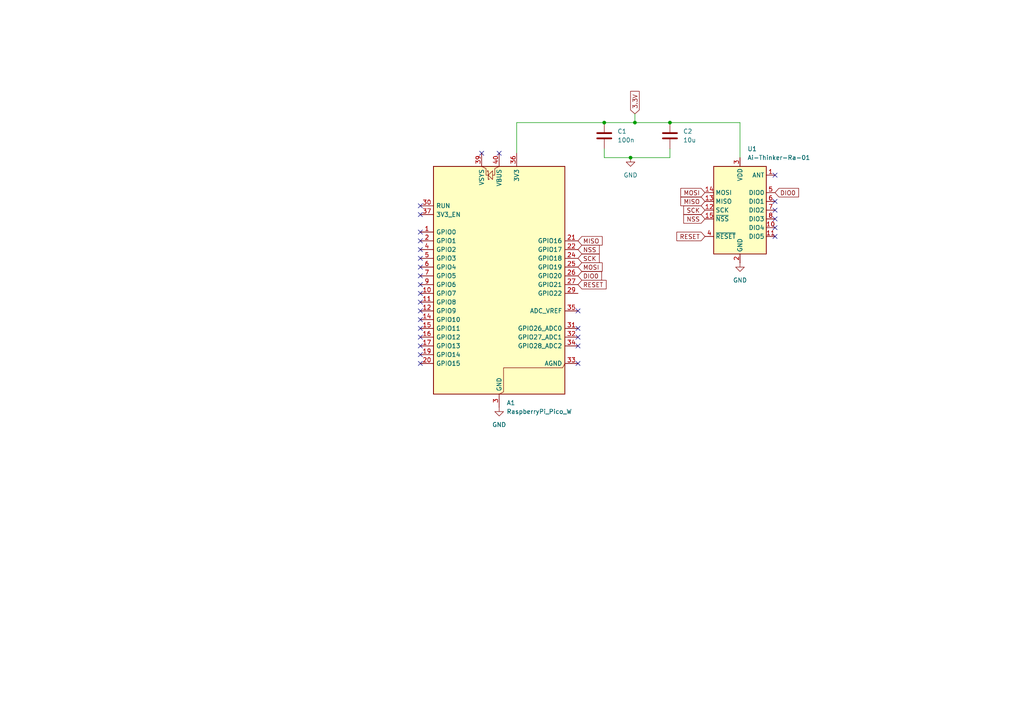
<source format=kicad_sch>
(kicad_sch (version 20250114) (generator "eeschema") (generator_version "9.0")
  (paper "A4")
  (lib_symbols
    (symbol "Device:C" (pin_numbers (hide yes)) (pin_names (offset 0.254))
      (property "Reference" "C" (at 0.635 2.54 0))
      (property "Value" "C" (at 0.635 -2.54 0))
      (symbol "C_0_1"
        (polyline (pts (xy -2.032 0.762) (xy 2.032 0.762)) (stroke (width 0.508)))
        (polyline (pts (xy -2.032 -0.762) (xy 2.032 -0.762)) (stroke (width 0.508)))
      )
      (symbol "C_1_1"
        (pin passive line (at 0 3.81 270) (length 2.794) (name "~") (number "1"))
        (pin passive line (at 0 -3.81 90) (length 2.794) (name "~") (number "2"))
      )
    )
    (symbol "MCU_Module:RaspberryPi_Pico_W" (pin_names (offset 0.762))
      (property "Reference" "A" (at -19.05 35.56 0))
      (property "Value" "RaspberryPi_Pico_W" (at 7.62 35.56 0))
      (symbol "RaspberryPi_Pico_W_0_1"
        (rectangle (start -19.05 34.29) (end 19.05 -31.75) (stroke (width 0.254)) (fill (type background)))
        (polyline (pts (xy -5.08 34.29) (xy -3.81 33.655) (xy -3.81 31.75) (xy -3.175 31.75)))
        (polyline (pts (xy -3.429 32.766) (xy -3.429 33.02) (xy -3.175 33.02) (xy -3.175 30.48) (xy -2.921 30.48) (xy -2.921 30.734)))
        (polyline (pts (xy -3.175 31.75) (xy -1.905 33.02) (xy -1.905 30.48) (xy -3.175 31.75)))
        (polyline (pts (xy 0 34.29) (xy -1.27 33.655) (xy -1.27 31.75) (xy -1.905 31.75)))
        (polyline (pts (xy 0 -31.75) (xy 1.27 -31.115) (xy 1.27 -24.13) (xy 18.415 -24.13) (xy 19.05 -22.86)))
      )
      (symbol "RaspberryPi_Pico_W_1_1"
        (pin passive line (at -22.86 22.86 0) (length 3.81) (name "RUN") (number "30"))
        (pin passive line (at -22.86 20.32 0) (length 3.81) (name "3V3_EN") (number "37"))
        (pin bidirectional line (at -22.86 15.24 0) (length 3.81) (name "GPIO0") (number "1"))
        (pin bidirectional line (at -22.86 12.7 0) (length 3.81) (name "GPIO1") (number "2"))
        (pin bidirectional line (at -22.86 10.16 0) (length 3.81) (name "GPIO2") (number "4"))
        (pin bidirectional line (at -22.86 7.62 0) (length 3.81) (name "GPIO3") (number "5"))
        (pin bidirectional line (at -22.86 5.08 0) (length 3.81) (name "GPIO4") (number "6"))
        (pin bidirectional line (at -22.86 2.54 0) (length 3.81) (name "GPIO5") (number "7"))
        (pin bidirectional line (at -22.86 0 0) (length 3.81) (name "GPIO6") (number "9"))
        (pin bidirectional line (at -22.86 -2.54 0) (length 3.81) (name "GPIO7") (number "10"))
        (pin bidirectional line (at -22.86 -5.08 0) (length 3.81) (name "GPIO8") (number "11"))
        (pin bidirectional line (at -22.86 -7.62 0) (length 3.81) (name "GPIO9") (number "12"))
        (pin bidirectional line (at -22.86 -10.16 0) (length 3.81) (name "GPIO10") (number "14"))
        (pin bidirectional line (at -22.86 -12.7 0) (length 3.81) (name "GPIO11") (number "15"))
        (pin bidirectional line (at -22.86 -15.24 0) (length 3.81) (name "GPIO12") (number "16"))
        (pin bidirectional line (at -22.86 -17.78 0) (length 3.81) (name "GPIO13") (number "17"))
        (pin bidirectional line (at -22.86 -20.32 0) (length 3.81) (name "GPIO14") (number "19"))
        (pin bidirectional line (at -22.86 -22.86 0) (length 3.81) (name "GPIO15") (number "20"))
        (pin power_in line (at -5.08 38.1 270) (length 3.81) (name "VSYS") (number "39"))
        (pin power_out line (at 0 38.1 270) (length 3.81) (name "VBUS") (number "40"))
        (pin passive line (at 0 -35.56 90) (length 3.81) (hide yes) (name "GND") (number "13"))
        (pin passive line (at 0 -35.56 90) (length 3.81) (hide yes) (name "GND") (number "18"))
        (pin passive line (at 0 -35.56 90) (length 3.81) (hide yes) (name "GND") (number "23"))
        (pin passive line (at 0 -35.56 90) (length 3.81) (hide yes) (name "GND") (number "28"))
        (pin power_out line (at 0 -35.56 90) (length 3.81) (name "GND") (number "3"))
        (pin passive line (at 0 -35.56 90) (length 3.81) (hide yes) (name "GND") (number "38"))
        (pin passive line (at 0 -35.56 90) (length 3.81) (hide yes) (name "GND") (number "8"))
        (pin power_out line (at 5.08 38.1 270) (length 3.81) (name "3V3") (number "36"))
        (pin bidirectional line (at 22.86 12.7 180) (length 3.81) (name "GPIO16") (number "21"))
        (pin bidirectional line (at 22.86 10.16 180) (length 3.81) (name "GPIO17") (number "22"))
        (pin bidirectional line (at 22.86 7.62 180) (length 3.81) (name "GPIO18") (number "24"))
        (pin bidirectional line (at 22.86 5.08 180) (length 3.81) (name "GPIO19") (number "25"))
        (pin bidirectional line (at 22.86 2.54 180) (length 3.81) (name "GPIO20") (number "26"))
        (pin bidirectional line (at 22.86 0 180) (length 3.81) (name "GPIO21") (number "27"))
        (pin bidirectional line (at 22.86 -2.54 180) (length 3.81) (name "GPIO22") (number "29"))
        (pin power_in line (at 22.86 -7.62 180) (length 3.81) (name "ADC_VREF") (number "35"))
        (pin bidirectional line (at 22.86 -12.7 180) (length 3.81) (name "GPIO26_ADC0") (number "31"))
        (pin bidirectional line (at 22.86 -15.24 180) (length 3.81) (name "GPIO27_ADC1") (number "32"))
        (pin bidirectional line (at 22.86 -17.78 180) (length 3.81) (name "GPIO28_ADC2") (number "34"))
        (pin power_out line (at 22.86 -22.86 180) (length 3.81) (name "AGND") (number "33"))
      )
    )
    (symbol "RF_Module:Ai-Thinker-Ra-01"
      (property "Reference" "U" (at 2.54 17.78 0))
      (property "Value" "Ai-Thinker-Ra-01" (at 13.97 -15.24 0))
      (symbol "Ai-Thinker-Ra-01_0_1"
        (rectangle (start -7.62 12.7) (end 7.62 -12.7) (stroke (width 0.254)) (fill (type background)))
      )
      (symbol "Ai-Thinker-Ra-01_1_1"
        (pin input line (at -10.16 5.08 0) (length 2.54) (name "MOSI") (number "14"))
        (pin output line (at -10.16 2.54 0) (length 2.54) (name "MISO") (number "13"))
        (pin input line (at -10.16 0 0) (length 2.54) (name "SCK") (number "12"))
        (pin input line (at -10.16 -2.54 0) (length 2.54) (name "~{NSS}") (number "15"))
        (pin input line (at -10.16 -7.62 0) (length 2.54) (name "~{RESET}") (number "4"))
        (pin power_in line (at 0 15.24 270) (length 2.54) (name "VDD") (number "3"))
        (pin passive line (at 0 -15.24 90) (length 2.54) (hide yes) (name "GND") (number "16"))
        (pin power_in line (at 0 -15.24 90) (length 2.54) (name "GND") (number "2"))
        (pin passive line (at 0 -15.24 90) (length 2.54) (hide yes) (name "GND") (number "9"))
        (pin passive line (at 10.16 10.16 180) (length 2.54) (name "ANT") (number "1"))
        (pin bidirectional line (at 10.16 5.08 180) (length 2.54) (name "DIO0") (number "5"))
        (pin bidirectional line (at 10.16 2.54 180) (length 2.54) (name "DIO1") (number "6"))
        (pin bidirectional line (at 10.16 0 180) (length 2.54) (name "DIO2") (number "7"))
        (pin bidirectional line (at 10.16 -2.54 180) (length 2.54) (name "DIO3") (number "8"))
        (pin bidirectional line (at 10.16 -5.08 180) (length 2.54) (name "DIO4") (number "10"))
        (pin bidirectional line (at 10.16 -7.62 180) (length 2.54) (name "DIO5") (number "11"))
      )
    )
    (symbol "power:GND" (power) (pin_numbers (hide yes)) (pin_names (offset 0) (hide yes))
      (property "Value" "GND" (at 0 -3.81 0))
      (symbol "GND_0_1"
        (polyline (pts (xy 0 0) (xy 0 -1.27) (xy 1.27 -1.27) (xy 0 -2.54) (xy -1.27 -1.27) (xy 0 -1.27)))
      )
      (symbol "GND_1_1"
        (pin power_in line (at 0 0 270) (length 0) (name "~") (number "1"))
      )
    )
  )
  (junction (at 175.26 35.56))
  (junction (at 182.88 45.72))
  (junction (at 194.31 35.56))
  (junction (at 184.15 35.56))
  (no_connect (at 139.7 44.45))
  (no_connect (at 224.79 68.58))
  (no_connect (at 121.92 74.93))
  (no_connect (at 224.79 60.96))
  (no_connect (at 121.92 59.69))
  (no_connect (at 121.92 92.71))
  (no_connect (at 121.92 87.63))
  (no_connect (at 121.92 82.55))
  (no_connect (at 121.92 97.79))
  (no_connect (at 224.79 63.5))
  (no_connect (at 144.78 44.45))
  (no_connect (at 167.64 100.33))
  (no_connect (at 121.92 102.87))
  (no_connect (at 121.92 67.31))
  (no_connect (at 224.79 66.04))
  (no_connect (at 224.79 58.42))
  (no_connect (at 121.92 80.01))
  (no_connect (at 121.92 72.39))
  (no_connect (at 121.92 77.47))
  (no_connect (at 224.79 50.8))
  (no_connect (at 167.64 95.25))
  (no_connect (at 167.64 90.17))
  (no_connect (at 121.92 90.17))
  (no_connect (at 121.92 69.85))
  (no_connect (at 167.64 97.79))
  (no_connect (at 121.92 95.25))
  (no_connect (at 167.64 105.41))
  (no_connect (at 121.92 100.33))
  (no_connect (at 121.92 85.09))
  (no_connect (at 121.92 62.23))
  (no_connect (at 121.92 105.41))
  (wire (pts (xy 149.86 35.56) (xy 175.26 35.56)))
  (wire (pts (xy 175.26 43.18) (xy 175.26 45.72)))
  (wire (pts (xy 175.26 45.72) (xy 182.88 45.72)))
  (wire (pts (xy 214.63 45.72) (xy 214.63 35.56)))
  (wire (pts (xy 194.31 43.18) (xy 194.31 45.72)))
  (wire (pts (xy 149.86 44.45) (xy 149.86 35.56)))
  (wire (pts (xy 184.15 35.56) (xy 194.31 35.56)))
  (wire (pts (xy 194.31 45.72) (xy 182.88 45.72)))
  (wire (pts (xy 214.63 35.56) (xy 194.31 35.56)))
  (wire (pts (xy 184.15 33.02) (xy 184.15 35.56)))
  (wire (pts (xy 175.26 35.56) (xy 184.15 35.56)))
  (global_label "RESET" (shape input) (at 167.64 82.55 0) (property "Intersheetrefs" "${INTERSHEET_REFS}" (effects (hide yes))))
  (global_label "DIO0" (shape input) (at 167.64 80.01 0) (property "Intersheetrefs" "${INTERSHEET_REFS}" (effects (hide yes))))
  (global_label "NSS" (shape input) (at 204.47 63.5 180) (property "Intersheetrefs" "${INTERSHEET_REFS}" (effects (hide yes))))
  (global_label "3.3V" (shape input) (at 184.15 33.02 90) (property "Intersheetrefs" "${INTERSHEET_REFS}" (effects (hide yes))))
  (global_label "MOSI" (shape input) (at 167.64 77.47 0) (property "Intersheetrefs" "${INTERSHEET_REFS}" (effects (hide yes))))
  (global_label "SCK" (shape input) (at 167.64 74.93 0) (property "Intersheetrefs" "${INTERSHEET_REFS}" (effects (hide yes))))
  (global_label "DIO0" (shape input) (at 224.79 55.88 0) (property "Intersheetrefs" "${INTERSHEET_REFS}" (effects (hide yes))))
  (global_label "MOSI" (shape input) (at 204.47 55.88 180) (property "Intersheetrefs" "${INTERSHEET_REFS}" (effects (hide yes))))
  (global_label "RESET" (shape input) (at 204.47 68.58 180) (property "Intersheetrefs" "${INTERSHEET_REFS}" (effects (hide yes))))
  (global_label "NSS" (shape input) (at 167.64 72.39 0) (property "Intersheetrefs" "${INTERSHEET_REFS}" (effects (hide yes))))
  (global_label "MISO" (shape input) (at 204.47 58.42 180) (property "Intersheetrefs" "${INTERSHEET_REFS}" (effects (hide yes))))
  (global_label "MISO" (shape input) (at 167.64 69.85 0) (property "Intersheetrefs" "${INTERSHEET_REFS}" (effects (hide yes))))
  (global_label "SCK" (shape input) (at 204.47 60.96 180) (property "Intersheetrefs" "${INTERSHEET_REFS}" (effects (hide yes))))
  (symbol (lib_id "power:GND") (at 144.78 118.11 0) (unit 1)
    (property "Reference" "#PWR03" (effects (hide yes)))
    (property "Value" "GND" (at 144.78 123.19 0))
    (property "Description" "Power symbol creates a global label with name \"GND\" , ground" (effects (hide yes)))
  )
  (symbol (lib_id "RF_Module:Ai-Thinker-Ra-01") (at 214.63 60.96 0) (unit 1)
    (property "Reference" "U1" (at 216.7733 43.18 0) (effects (justify left)))
    (property "Value" "Ai-Thinker-Ra-01" (at 216.7733 45.72 0) (effects (justify left)))
    (property "Footprint" "RF_Module:Ai-Thinker-Ra-01-LoRa" (effects (hide yes)))
    (property "Datasheet" "http://wiki.ai-thinker.com/_media/lora/docs/c047ps01a1_ra-01_product_specification_v1.1.pdf" (effects (hide yes)))
    (property "Description" "Ai-Thinker Ra-01 410-525 MHz LoRa Module, SPI interface, external antenna" (effects (hide yes)))
  )
  (symbol (lib_id "Device:C") (at 175.26 39.37 0) (unit 1)
    (property "Reference" "C1" (at 179.07 38.0999 0) (effects (justify left)))
    (property "Value" "100n" (at 179.07 40.6399 0) (effects (justify left)))
    (property "Footprint" "Capacitor_SMD:C_1206_3216Metric" (effects (hide yes)))
    (property "Description" "Unpolarized capacitor" (effects (hide yes)))
  )
  (symbol (lib_id "power:GND") (at 182.88 45.72 0) (unit 1)
    (property "Reference" "#PWR01" (effects (hide yes)))
    (property "Value" "GND" (at 182.88 50.8 0))
    (property "Description" "Power symbol creates a global label with name \"GND\" , ground" (effects (hide yes)))
  )
  (symbol (lib_id "power:GND") (at 214.63 76.2 0) (unit 1)
    (property "Reference" "#PWR02" (effects (hide yes)))
    (property "Value" "GND" (at 214.63 81.28 0))
    (property "Description" "Power symbol creates a global label with name \"GND\" , ground" (effects (hide yes)))
  )
  (symbol (lib_id "Device:C") (at 194.31 39.37 0) (unit 1)
    (property "Reference" "C2" (at 198.12 38.0999 0) (effects (justify left)))
    (property "Value" "10u" (at 198.12 40.6399 0) (effects (justify left)))
    (property "Footprint" "Capacitor_SMD:C_1206_3216Metric" (effects (hide yes)))
    (property "Description" "Unpolarized capacitor" (effects (hide yes)))
  )
  (symbol (lib_id "MCU_Module:RaspberryPi_Pico_W") (at 144.78 82.55 0) (unit 1)
    (property "Reference" "A1" (at 146.9233 116.84 0) (effects (justify left)))
    (property "Value" "RaspberryPi_Pico_W" (at 146.9233 119.38 0) (effects (justify left)))
    (property "Footprint" "Module:RaspberryPi_Pico_Common_THT" (effects (hide yes)))
    (property "Datasheet" "https://datasheets.raspberrypi.com/picow/pico-w-datasheet.pdf" (effects (hide yes)))
    (property "Description" "Versatile and inexpensive wireless microcontroller module powered by RP2040 dual-core Arm Cortex-M0+ processor up to 133 MHz, 264kB SRAM, 2MB QSPI flash, Infineon CYW43439 2.4GHz 802.11n wireless LAN; also supports Raspberry Pi Pico 2 W" (effects (hide yes)))
  )
)
</source>
